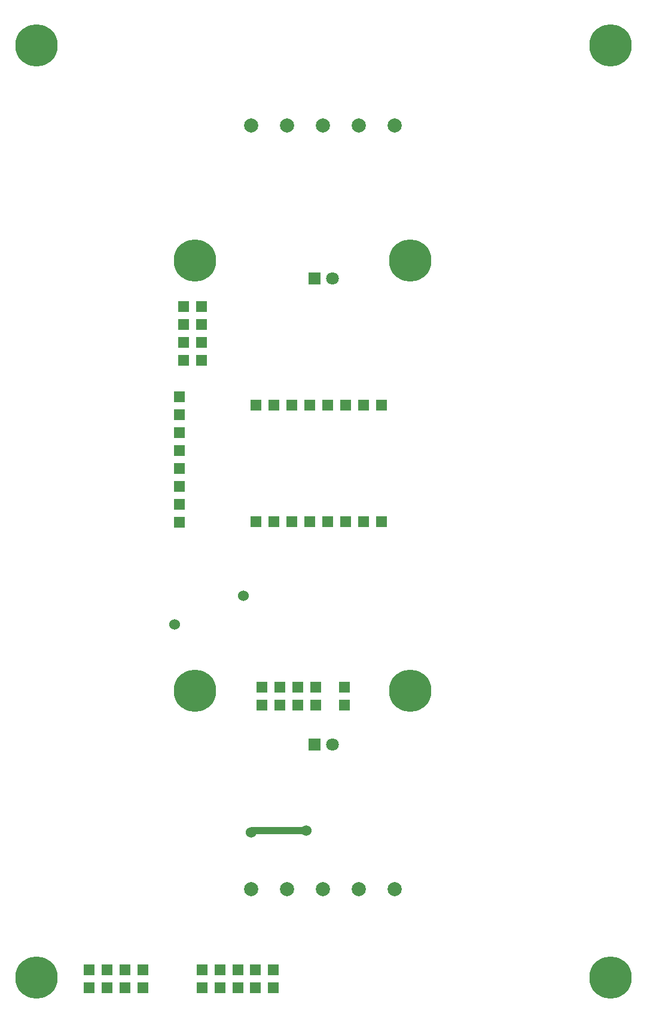
<source format=gbr>
%TF.GenerationSoftware,KiCad,Pcbnew,7.0.7-7.0.7~ubuntu23.04.1*%
%TF.CreationDate,2023-09-17T10:17:03+00:00*%
%TF.ProjectId,LED7SEG01,4c454437-5345-4473-9031-2e6b69636164,rev?*%
%TF.SameCoordinates,Original*%
%TF.FileFunction,Copper,L1,Top*%
%TF.FilePolarity,Positive*%
%FSLAX46Y46*%
G04 Gerber Fmt 4.6, Leading zero omitted, Abs format (unit mm)*
G04 Created by KiCad (PCBNEW 7.0.7-7.0.7~ubuntu23.04.1) date 2023-09-17 10:17:03*
%MOMM*%
%LPD*%
G01*
G04 APERTURE LIST*
%TA.AperFunction,ComponentPad*%
%ADD10R,1.524000X1.524000*%
%TD*%
%TA.AperFunction,ComponentPad*%
%ADD11C,6.000000*%
%TD*%
%TA.AperFunction,ComponentPad*%
%ADD12R,1.800000X1.800000*%
%TD*%
%TA.AperFunction,ComponentPad*%
%ADD13C,1.800000*%
%TD*%
%TA.AperFunction,ComponentPad*%
%ADD14C,2.000000*%
%TD*%
%TA.AperFunction,ComponentPad*%
%ADD15C,1.524000*%
%TD*%
%TA.AperFunction,ViaPad*%
%ADD16C,1.400000*%
%TD*%
%TA.AperFunction,Conductor*%
%ADD17C,1.000000*%
%TD*%
G04 APERTURE END LIST*
D10*
%TO.P,J1,1*%
%TO.N,GND*%
X12496800Y3606800D03*
%TO.P,J1,2*%
X12496800Y6146800D03*
%TO.P,J1,3*%
%TO.N,+12V*%
X15036800Y3606800D03*
%TO.P,J1,4*%
X15036800Y6146800D03*
%TO.P,J1,5*%
X17576800Y3606800D03*
%TO.P,J1,6*%
X17576800Y6146800D03*
%TO.P,J1,7*%
%TO.N,GND*%
X20116800Y3606800D03*
%TO.P,J1,8*%
X20116800Y6146800D03*
%TD*%
%TO.P,J5,1*%
%TO.N,VDD*%
X33578800Y3606800D03*
%TO.P,J5,2*%
X33578800Y6146800D03*
%TD*%
%TO.P,J6,1*%
%TO.N,/SDA*%
X36982400Y43688000D03*
%TO.P,J6,2*%
X36982400Y46228000D03*
%TD*%
%TO.P,J7,1*%
%TO.N,/SCL*%
X36068000Y3606800D03*
%TO.P,J7,2*%
X36068000Y6146800D03*
%TD*%
%TO.P,J8,1*%
%TO.N,GND*%
X38608000Y3606800D03*
%TO.P,J8,2*%
X38608000Y6146800D03*
%TD*%
%TO.P,J9,1*%
%TO.N,GND*%
X28498800Y3606800D03*
%TO.P,J9,2*%
X28498800Y6146800D03*
%TD*%
D11*
%TO.P,M1,1*%
%TO.N,GND*%
X5080000Y137160000D03*
%TD*%
%TO.P,M3,1*%
%TO.N,GND*%
X27526800Y106704000D03*
%TD*%
%TO.P,M5,1*%
%TO.N,GND*%
X86360000Y5080000D03*
%TD*%
%TO.P,M6,1*%
%TO.N,GND*%
X27526800Y45744000D03*
%TD*%
%TO.P,M7,1*%
%TO.N,GND*%
X58006800Y106704000D03*
%TD*%
%TO.P,M8,1*%
%TO.N,GND*%
X86360000Y137160000D03*
%TD*%
%TO.P,M9,1*%
%TO.N,GND*%
X58006800Y45744000D03*
%TD*%
%TO.P,M10,1*%
%TO.N,GND*%
X5080000Y5080000D03*
%TD*%
D10*
%TO.P,J11,1*%
%TO.N,/LED00*%
X36118800Y69697600D03*
%TD*%
%TO.P,J12,1*%
%TO.N,/LED01*%
X38658800Y69697600D03*
%TD*%
%TO.P,J13,1*%
%TO.N,/LED02*%
X41198800Y69697600D03*
%TD*%
%TO.P,J14,1*%
%TO.N,/LED03*%
X43738800Y69697600D03*
%TD*%
%TO.P,J15,1*%
%TO.N,/LED04*%
X46278800Y69697600D03*
%TD*%
%TO.P,J16,1*%
%TO.N,/LED05*%
X48818800Y69697600D03*
%TD*%
%TO.P,J17,1*%
%TO.N,/LED06*%
X51358800Y69697600D03*
%TD*%
%TO.P,J18,1*%
%TO.N,/LED07*%
X53898800Y69697600D03*
%TD*%
%TO.P,J19,1*%
%TO.N,/G*%
X36169600Y86156800D03*
%TD*%
%TO.P,J20,1*%
%TO.N,/F*%
X38709600Y86156800D03*
%TD*%
%TO.P,J21,1*%
%TO.N,/A*%
X41249600Y86156800D03*
%TD*%
%TO.P,J22,1*%
%TO.N,/C*%
X48869600Y86156800D03*
%TD*%
%TO.P,J23,1*%
%TO.N,/B*%
X43789600Y86156800D03*
%TD*%
%TO.P,J24,1*%
%TO.N,/D*%
X51409600Y86156800D03*
%TD*%
%TO.P,J25,1*%
%TO.N,/DP*%
X46329600Y86156800D03*
%TD*%
%TO.P,J26,1*%
%TO.N,/E*%
X53949600Y86156800D03*
%TD*%
%TO.P,J27,1*%
%TO.N,GND*%
X25908000Y100126800D03*
%TO.P,J27,2*%
X28448000Y100126800D03*
%TO.P,J27,3*%
%TO.N,+12V*%
X25908000Y97586800D03*
%TO.P,J27,4*%
X28448000Y97586800D03*
%TO.P,J27,5*%
X25908000Y95046800D03*
%TO.P,J27,6*%
X28448000Y95046800D03*
%TO.P,J27,7*%
%TO.N,GND*%
X25908000Y92506800D03*
%TO.P,J27,8*%
X28448000Y92506800D03*
%TD*%
%TO.P,J28,1*%
%TO.N,VDD*%
X39522400Y43688000D03*
%TO.P,J28,2*%
X39522400Y46228000D03*
%TD*%
%TO.P,J29,1*%
%TO.N,Net-(J29-Pad1)*%
X31038800Y3606800D03*
%TO.P,J29,2*%
X31038800Y6146800D03*
%TD*%
%TO.P,J30,1*%
%TO.N,/SCL*%
X42062400Y43688000D03*
%TO.P,J30,2*%
X42062400Y46228000D03*
%TD*%
%TO.P,J31,1*%
%TO.N,GND*%
X44602400Y43688000D03*
%TO.P,J31,2*%
X44602400Y46228000D03*
%TD*%
%TO.P,J36,1*%
%TO.N,/#OE*%
X48666400Y43688000D03*
%TO.P,J36,2*%
X48666400Y46228000D03*
%TD*%
%TO.P,J37,1*%
%TO.N,+12V*%
X25298400Y87325200D03*
%TD*%
%TO.P,J38,1*%
%TO.N,+12V*%
X25298400Y79705200D03*
%TD*%
%TO.P,J39,1*%
%TO.N,+12V*%
X25298400Y84785200D03*
%TD*%
%TO.P,J40,1*%
%TO.N,+12V*%
X25298400Y82245200D03*
%TD*%
%TO.P,J41,1*%
%TO.N,+12V*%
X25298400Y74625200D03*
%TD*%
%TO.P,J42,1*%
%TO.N,+12V*%
X25298400Y77165200D03*
%TD*%
%TO.P,J43,1*%
%TO.N,+12V*%
X25298400Y72085200D03*
%TD*%
%TO.P,J44,1*%
%TO.N,+12V*%
X25298400Y69545200D03*
%TD*%
D12*
%TO.P,D3,1*%
%TO.N,/E*%
X44450000Y38100000D03*
D13*
%TO.P,D3,2*%
%TO.N,+12V*%
X46990000Y38100000D03*
%TD*%
D12*
%TO.P,D4,1*%
%TO.N,/B*%
X44450000Y104140000D03*
D13*
%TO.P,D4,2*%
%TO.N,+12V*%
X46990000Y104140000D03*
%TD*%
D14*
%TO.P,AFF1,1*%
%TO.N,+12V*%
X35458400Y17576800D03*
%TO.P,AFF1,2*%
%TO.N,Net-(AFF1-Pad2)*%
X40538400Y17576800D03*
%TO.P,AFF1,3*%
%TO.N,/D*%
X45618400Y17576800D03*
%TO.P,AFF1,4*%
%TO.N,/C*%
X50698400Y17576800D03*
%TO.P,AFF1,5*%
%TO.N,/DP*%
X55778400Y17576800D03*
%TO.P,AFF1,6*%
%TO.N,/B*%
X55778400Y125776800D03*
%TO.P,AFF1,7*%
%TO.N,/A*%
X50698400Y125776800D03*
%TO.P,AFF1,8*%
%TO.N,+12V*%
X45618400Y125776800D03*
%TO.P,AFF1,9*%
%TO.N,/F*%
X40538400Y125776800D03*
%TO.P,AFF1,10*%
%TO.N,/G*%
X35458400Y125776800D03*
%TD*%
D15*
%TO.P,REF\u002A\u002A,1*%
%TO.N,N/C*%
X43281600Y25857200D03*
%TD*%
%TO.P,REF\u002A\u002A,1*%
%TO.N,N/C*%
X35458400Y25603200D03*
%TD*%
%TO.P,J2,1*%
%TO.N,GND*%
X24638000Y55118000D03*
%TD*%
%TO.P,J3,1*%
%TO.N,GND*%
X34391600Y59131200D03*
%TD*%
D16*
%TO.N,+12V*%
X43230800Y25857200D03*
X35458400Y25603200D03*
%TD*%
D17*
%TO.N,+12V*%
X35712400Y25857200D02*
X35458400Y25603200D01*
X43230800Y25857200D02*
X35712400Y25857200D01*
%TD*%
M02*

</source>
